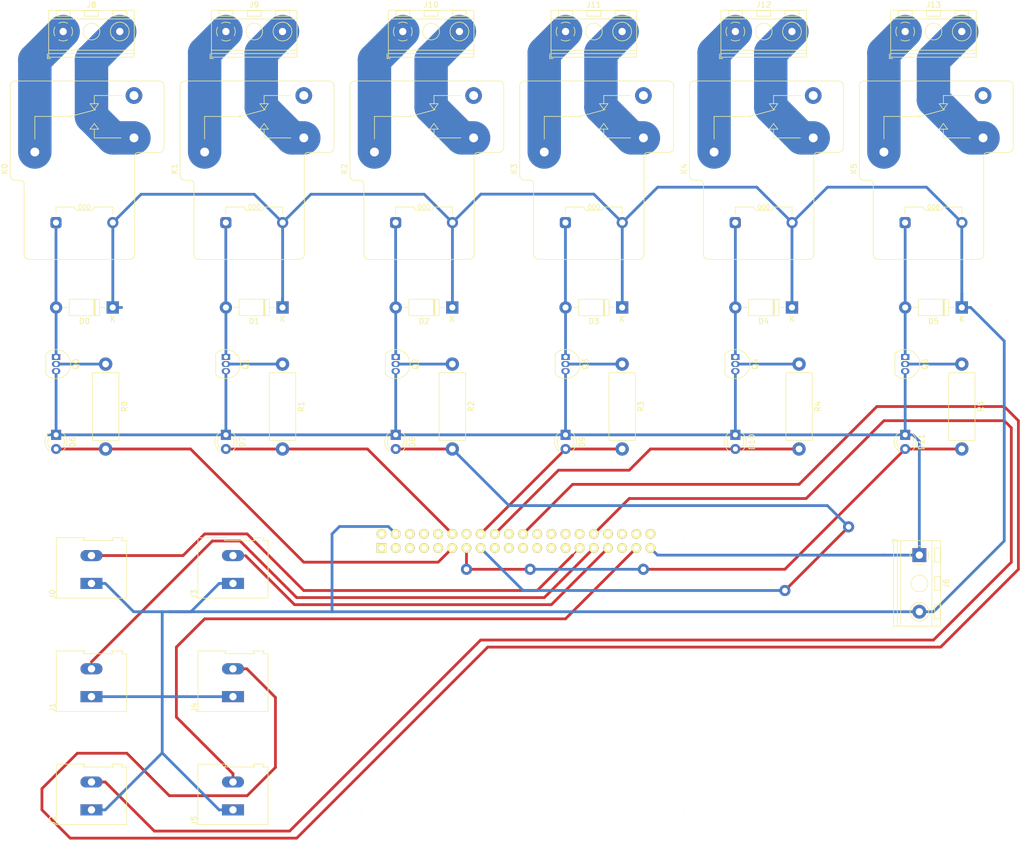
<source format=kicad_pcb>
(kicad_pcb (version 20171130) (host pcbnew 5.1.5+dfsg1-2build2)
  (layers (0 F.Cu signal) (31 B.Cu signal) (34 B.Paste user) (35 F.Paste user) (36 B.SilkS user) (37 F.SilkS user) (38 B.Mask user) (39 F.Mask user) (44 Edge.Cuts user))
  (net 0 "")
  (net 1 "Net-(D0-Pad2)")
  (net 2 +5V)
  (net 3 "Net-(D1-Pad2)")
  (net 4 "Net-(D2-Pad2)")
  (net 5 "Net-(D3-Pad2)")
  (net 6 "Net-(D4-Pad2)")
  (net 7 "Net-(D5-Pad2)")
  (net 8 "Net-(D6-Pad2)")
  (net 9 GND)
  (net 10 "Net-(D7-Pad2)")
  (net 11 "Net-(D8-Pad2)")
  (net 12 "Net-(D9-Pad2)")
  (net 13 "Net-(D10-Pad2)")
  (net 14 "Net-(D11-Pad2)")
  (net 15 "Net-(J0-Pad2)")
  (net 16 "Net-(J1-Pad2)")
  (net 17 "Net-(J2-Pad2)")
  (net 18 "Net-(J3-Pad2)")
  (net 19 "Net-(J4-Pad2)")
  (net 20 "Net-(J7-Pad40)")
  (net 21 "Net-(J7-Pad38)")
  (net 22 "Net-(J7-Pad36)")
  (net 23 "Net-(J7-Pad35)")
  (net 24 "Net-(J7-Pad34)")
  (net 25 "Net-(J7-Pad30)")
  (net 26 "Net-(J7-Pad28)")
  (net 27 "Net-(J7-Pad27)")
  (net 28 "Net-(J7-Pad26)")
  (net 29 "Net-(J7-Pad25)")
  (net 30 "Net-(J7-Pad24)")
  (net 31 "Net-(J7-Pad23)")
  (net 32 "Net-(J7-Pad21)")
  (net 33 "Net-(J7-Pad20)")
  (net 34 "Net-(J7-Pad19)")
  (net 35 "Net-(J7-Pad17)")
  (net 36 "Net-(J7-Pad14)")
  (net 37 "Net-(J7-Pad10)")
  (net 38 "Net-(J7-Pad9)")
  (net 39 "Net-(J7-Pad8)")
  (net 40 "Net-(J7-Pad7)")
  (net 41 "Net-(J7-Pad6)")
  (net 42 "Net-(J7-Pad5)")
  (net 43 "Net-(J7-Pad3)")
  (net 44 "Net-(J7-Pad2)")
  (net 45 "Net-(J7-Pad1)")
  (net 46 "Net-(K0-Pad12)")
  (net 47 "Net-(K1-Pad12)")
  (net 48 "Net-(K2-Pad12)")
  (net 49 "Net-(K3-Pad12)")
  (net 50 "Net-(K4-Pad12)")
  (net 51 "Net-(K5-Pad12)")
  (net 52 "Net-(Q0-Pad2)")
  (net 53 "Net-(Q1-Pad2)")
  (net 54 "Net-(Q2-Pad2)")
  (net 55 "Net-(Q3-Pad2)")
  (net 56 "Net-(Q4-Pad2)")
  (net 57 "Net-(Q5-Pad2)")
  (net 58 "Net-(J8-Pad2)")
  (net 59 "Net-(J8-Pad1)")
  (net 60 "Net-(J9-Pad2)")
  (net 61 "Net-(J9-Pad1)")
  (net 62 "Net-(J10-Pad2)")
  (net 63 "Net-(J10-Pad1)")
  (net 64 "Net-(J11-Pad2)")
  (net 65 "Net-(J11-Pad1)")
  (net 66 "Net-(J12-Pad2)")
  (net 67 "Net-(J12-Pad1)")
  (net 68 "Net-(J13-Pad2)")
  (net 69 "Net-(J13-Pad1)")
  (net 70 "Net-(J5-Pad2)")
  (module relayctl-hat:raspberrypi_2_3 (layer F.Cu) (at 113.03 130.81)
    (fp_text reference J7)
    (fp_text value Raspberry_Pi_2_3)
    (pad "" np_thru_hole circle (at 29 49) (size 2.75 2.75) (drill 2.75) (layers *.Cu *.Mask F.SilkS))
    (pad "" np_thru_hole circle (at -29 49) (size 2.75 2.75) (drill 2.75) (layers *.Cu *.Mask F.SilkS))
    (pad "" np_thru_hole circle (at 29 0) (size 2.75 2.75) (drill 2.75) (layers *.Cu *.Mask F.SilkS))
    (pad "" np_thru_hole circle (at -29 0) (size 2.75 2.75) (drill 2.75) (layers *.Cu *.Mask F.SilkS))
    (pad 39 thru_hole circle (at 24.13 1.27) (size 1.75 1.75) (drill 1.016) (layers *.Cu *.Mask F.SilkS) (net 9 GND))
    (pad 40 thru_hole circle (at 24.13 -1.27) (size 1.75 1.75) (drill 1.016) (layers *.Cu *.Mask F.SilkS) (net 20 "Net-(J7-Pad40)"))
    (pad 37 thru_hole circle (at 21.59 1.27) (size 1.75 1.75) (drill 1.016) (layers *.Cu *.Mask F.SilkS) (net 70 "Net-(J5-Pad2)"))
    (pad 38 thru_hole circle (at 21.59 -1.27) (size 1.75 1.75) (drill 1.016) (layers *.Cu *.Mask F.SilkS) (net 21 "Net-(J7-Pad38)"))
    (pad 35 thru_hole circle (at 19.05 1.27) (size 1.75 1.75) (drill 1.016) (layers *.Cu *.Mask F.SilkS) (net 23 "Net-(J7-Pad35)"))
    (pad 36 thru_hole circle (at 19.05 -1.27) (size 1.75 1.75) (drill 1.016) (layers *.Cu *.Mask F.SilkS) (net 22 "Net-(J7-Pad36)"))
    (pad 33 thru_hole circle (at 16.51 1.27) (size 1.75 1.75) (drill 1.016) (layers *.Cu *.Mask F.SilkS) (net 18 "Net-(J3-Pad2)"))
    (pad 34 thru_hole circle (at 16.51 -1.27) (size 1.75 1.75) (drill 1.016) (layers *.Cu *.Mask F.SilkS) (net 24 "Net-(J7-Pad34)"))
    (pad 31 thru_hole circle (at 13.97 1.27) (size 1.75 1.75) (drill 1.016) (layers *.Cu *.Mask F.SilkS) (net 16 "Net-(J1-Pad2)"))
    (pad 32 thru_hole circle (at 13.97 -1.27) (size 1.75 1.75) (drill 1.016) (layers *.Cu *.Mask F.SilkS) (net 17 "Net-(J2-Pad2)"))
    (pad 26 thru_hole circle (at 6.35 -1.27) (size 1.75 1.75) (drill 1.016) (layers *.Cu *.Mask F.SilkS) (net 28 "Net-(J7-Pad26)"))
    (pad 25 thru_hole circle (at 6.35 1.27) (size 1.75 1.75) (drill 1.016) (layers *.Cu *.Mask F.SilkS) (net 29 "Net-(J7-Pad25)"))
    (pad 22 thru_hole circle (at 1.27 -1.27) (size 1.75 1.75) (drill 1.016) (layers *.Cu *.Mask F.SilkS) (net 19 "Net-(J4-Pad2)"))
    (pad 21 thru_hole circle (at 1.27 1.27) (size 1.75 1.75) (drill 1.016) (layers *.Cu *.Mask F.SilkS) (net 32 "Net-(J7-Pad21)"))
    (pad 20 thru_hole circle (at -1.27 -1.27) (size 1.75 1.75) (drill 1.016) (layers *.Cu *.Mask F.SilkS) (net 33 "Net-(J7-Pad20)"))
    (pad 19 thru_hole circle (at -1.27 1.27) (size 1.75 1.75) (drill 1.016) (layers *.Cu *.Mask F.SilkS) (net 34 "Net-(J7-Pad19)"))
    (pad 18 thru_hole circle (at -3.81 -1.27) (size 1.75 1.75) (drill 1.016) (layers *.Cu *.Mask F.SilkS) (net 13 "Net-(D10-Pad2)"))
    (pad 17 thru_hole circle (at -3.81 1.27) (size 1.75 1.75) (drill 1.016) (layers *.Cu *.Mask F.SilkS) (net 35 "Net-(J7-Pad17)"))
    (pad 16 thru_hole circle (at -6.35 -1.27) (size 1.75 1.75) (drill 1.016) (layers *.Cu *.Mask F.SilkS) (net 12 "Net-(D9-Pad2)"))
    (pad 15 thru_hole circle (at -6.35 1.27) (size 1.75 1.75) (drill 1.016) (layers *.Cu *.Mask F.SilkS) (net 11 "Net-(D8-Pad2)"))
    (pad 14 thru_hole circle (at -8.89 -1.27) (size 1.75 1.75) (drill 1.016) (layers *.Cu *.Mask F.SilkS) (net 36 "Net-(J7-Pad14)"))
    (pad 13 thru_hole circle (at -8.89 1.27) (size 1.75 1.75) (drill 1.016) (layers *.Cu *.Mask F.SilkS) (net 14 "Net-(D11-Pad2)"))
    (pad 12 thru_hole circle (at -11.43 -1.27) (size 1.75 1.75) (drill 1.016) (layers *.Cu *.Mask F.SilkS) (net 10 "Net-(D7-Pad2)"))
    (pad 11 thru_hole circle (at -11.43 1.27) (size 1.75 1.75) (drill 1.016) (layers *.Cu *.Mask F.SilkS) (net 8 "Net-(D6-Pad2)"))
    (pad 10 thru_hole circle (at -13.97 -1.27) (size 1.75 1.75) (drill 1.016) (layers *.Cu *.Mask F.SilkS) (net 37 "Net-(J7-Pad10)"))
    (pad 9 thru_hole circle (at -13.97 1.27) (size 1.75 1.75) (drill 1.016) (layers *.Cu *.Mask F.SilkS) (net 38 "Net-(J7-Pad9)"))
    (pad 8 thru_hole circle (at -16.51 -1.27) (size 1.75 1.75) (drill 1.016) (layers *.Cu *.Mask F.SilkS) (net 39 "Net-(J7-Pad8)"))
    (pad 7 thru_hole circle (at -16.51 1.27) (size 1.75 1.75) (drill 1.016) (layers *.Cu *.Mask F.SilkS) (net 40 "Net-(J7-Pad7)"))
    (pad 6 thru_hole circle (at -19.05 -1.27) (size 1.75 1.75) (drill 1.016) (layers *.Cu *.Mask F.SilkS) (net 41 "Net-(J7-Pad6)"))
    (pad 5 thru_hole circle (at -19.05 1.27) (size 1.75 1.75) (drill 1.016) (layers *.Cu *.Mask F.SilkS) (net 42 "Net-(J7-Pad5)"))
    (pad 4 thru_hole circle (at -21.59 -1.27) (size 1.75 1.75) (drill 1.016) (layers *.Cu *.Mask F.SilkS) (net 2 +5V))
    (pad 3 thru_hole circle (at -21.59 1.27) (size 1.75 1.75) (drill 1.016) (layers *.Cu *.Mask F.SilkS) (net 43 "Net-(J7-Pad3)"))
    (pad 2 thru_hole circle (at -24.13 -1.27) (size 1.75 1.75) (drill 1.016) (layers *.Cu *.Mask F.SilkS) (net 44 "Net-(J7-Pad2)"))
    (pad 1 thru_hole rect (at -24.13 1.27) (size 1.75 1.75) (drill 1.016) (layers *.Cu *.Mask F.SilkS) (net 45 "Net-(J7-Pad1)"))
    (pad 23 thru_hole circle (at 3.81 1.27) (size 1.75 1.75) (drill 1.016) (layers *.Cu *.Mask F.SilkS) (net 31 "Net-(J7-Pad23)"))
    (pad 24 thru_hole circle (at 3.81 -1.27) (size 1.75 1.75) (drill 1.016) (layers *.Cu *.Mask F.SilkS) (net 30 "Net-(J7-Pad24)"))
    (pad 30 thru_hole circle (at 11.43 -1.27) (size 1.75 1.75) (drill 1.016) (layers *.Cu *.Mask F.SilkS) (net 25 "Net-(J7-Pad30)"))
    (pad 29 thru_hole circle (at 11.43 1.27) (size 1.75 1.75) (drill 1.016) (layers *.Cu *.Mask F.SilkS) (net 15 "Net-(J0-Pad2)"))
    (pad 28 thru_hole circle (at 8.89 -1.27) (size 1.75 1.75) (drill 1.016) (layers *.Cu *.Mask F.SilkS) (net 26 "Net-(J7-Pad28)"))
    (pad 27 thru_hole circle (at 8.89 1.27) (size 1.75 1.75) (drill 1.016) (layers *.Cu *.Mask F.SilkS) (net 27 "Net-(J7-Pad27)"))
  )
  (module Resistor_THT:R_Axial_DIN0414_L11.9mm_D4.5mm_P15.24mm_Horizontal (layer F.Cu) (at 101.6 99.06 270)
    (fp_text reference R2 (at 7.62 -3.37 90) (layer F.SilkS))
    (fp_text value "100 Ohm")
    (pad 2 thru_hole oval (at 15.24 0 270) (size 2.4 2.4) (drill 1.2) (layers *.Cu *.Mask) (net 11 "Net-(D8-Pad2)"))
    (pad 1 thru_hole circle (at 0 0 270) (size 2.4 2.4) (drill 1.2) (layers *.Cu *.Mask) (net 54 "Net-(Q2-Pad2)"))
  )
  (module TerminalBlock_RND:TerminalBlock_RND_205-00241_1x02_P10.16mm_Horizontal (layer F.Cu) (at 182.88 39.37)
    (fp_text reference J13 (at 5.08 -4.81) (layer F.SilkS))
    (fp_text value Screw_Terminal_01x02)
    (pad 2 thru_hole circle (at 10.16 0) (size 2.5 2.5) (drill 1.3) (layers *.Cu *.Mask) (net 68 "Net-(J13-Pad2)"))
    (pad 1 thru_hole rect (at 0 0) (size 2.5 2.5) (drill 1.3) (layers *.Cu *.Mask) (net 69 "Net-(J13-Pad1)"))
  )
  (module TerminalBlock_RND:TerminalBlock_RND_205-00241_1x02_P10.16mm_Horizontal (layer F.Cu) (at 152.4 39.37)
    (fp_text reference J12 (at 5.08 -4.81) (layer F.SilkS))
    (fp_text value Screw_Terminal_01x02)
    (pad 2 thru_hole circle (at 10.16 0) (size 2.5 2.5) (drill 1.3) (layers *.Cu *.Mask) (net 66 "Net-(J12-Pad2)"))
    (pad 1 thru_hole rect (at 0 0) (size 2.5 2.5) (drill 1.3) (layers *.Cu *.Mask) (net 67 "Net-(J12-Pad1)"))
  )
  (module TerminalBlock_RND:TerminalBlock_RND_205-00241_1x02_P10.16mm_Horizontal (layer F.Cu) (at 121.92 39.37)
    (fp_text reference J11 (at 5.08 -4.81) (layer F.SilkS))
    (fp_text value Screw_Terminal_01x02)
    (pad 2 thru_hole circle (at 10.16 0) (size 2.5 2.5) (drill 1.3) (layers *.Cu *.Mask) (net 64 "Net-(J11-Pad2)"))
    (pad 1 thru_hole rect (at 0 0) (size 2.5 2.5) (drill 1.3) (layers *.Cu *.Mask) (net 65 "Net-(J11-Pad1)"))
  )
  (module TerminalBlock_RND:TerminalBlock_RND_205-00241_1x02_P10.16mm_Horizontal (layer F.Cu) (at 92.71 39.37)
    (fp_text reference J10 (at 5.08 -4.81) (layer F.SilkS))
    (fp_text value Screw_Terminal_01x02)
    (pad 2 thru_hole circle (at 10.16 0) (size 2.5 2.5) (drill 1.3) (layers *.Cu *.Mask) (net 62 "Net-(J10-Pad2)"))
    (pad 1 thru_hole rect (at 0 0) (size 2.5 2.5) (drill 1.3) (layers *.Cu *.Mask) (net 63 "Net-(J10-Pad1)"))
  )
  (module TerminalBlock_RND:TerminalBlock_RND_205-00241_1x02_P10.16mm_Horizontal (layer F.Cu) (at 60.96 39.37)
    (fp_text reference J9 (at 5.08 -4.81) (layer F.SilkS))
    (fp_text value Screw_Terminal_01x02)
    (pad 2 thru_hole circle (at 10.16 0) (size 2.5 2.5) (drill 1.3) (layers *.Cu *.Mask) (net 60 "Net-(J9-Pad2)"))
    (pad 1 thru_hole rect (at 0 0) (size 2.5 2.5) (drill 1.3) (layers *.Cu *.Mask) (net 61 "Net-(J9-Pad1)"))
  )
  (module TerminalBlock_RND:TerminalBlock_RND_205-00241_1x02_P10.16mm_Horizontal (layer F.Cu) (at 31.75 39.37)
    (fp_text reference J8 (at 5.08 -4.81) (layer F.SilkS))
    (fp_text value Screw_Terminal_01x02)
    (pad 2 thru_hole circle (at 10.16 0) (size 2.5 2.5) (drill 1.3) (layers *.Cu *.Mask) (net 58 "Net-(J8-Pad2)"))
    (pad 1 thru_hole rect (at 0 0) (size 2.5 2.5) (drill 1.3) (layers *.Cu *.Mask) (net 59 "Net-(J8-Pad1)"))
  )
  (module Resistor_THT:R_Axial_DIN0414_L11.9mm_D4.5mm_P15.24mm_Horizontal (layer F.Cu) (at 193.04 99.06 270)
    (fp_text reference R5 (at 7.62 -3.37 90) (layer F.SilkS))
    (fp_text value "100 Ohm")
    (pad 2 thru_hole oval (at 15.24 0 270) (size 2.4 2.4) (drill 1.2) (layers *.Cu *.Mask) (net 14 "Net-(D11-Pad2)"))
    (pad 1 thru_hole circle (at 0 0 270) (size 2.4 2.4) (drill 1.2) (layers *.Cu *.Mask) (net 57 "Net-(Q5-Pad2)"))
  )
  (module Resistor_THT:R_Axial_DIN0414_L11.9mm_D4.5mm_P15.24mm_Horizontal (layer F.Cu) (at 163.83 99.06 270)
    (fp_text reference R4 (at 7.62 -3.37 90) (layer F.SilkS))
    (fp_text value "100 Ohm")
    (pad 2 thru_hole oval (at 15.24 0 270) (size 2.4 2.4) (drill 1.2) (layers *.Cu *.Mask) (net 13 "Net-(D10-Pad2)"))
    (pad 1 thru_hole circle (at 0 0 270) (size 2.4 2.4) (drill 1.2) (layers *.Cu *.Mask) (net 56 "Net-(Q4-Pad2)"))
  )
  (module Resistor_THT:R_Axial_DIN0414_L11.9mm_D4.5mm_P15.24mm_Horizontal (layer F.Cu) (at 132.08 99.06 270)
    (fp_text reference R3 (at 7.62 -3.37 90) (layer F.SilkS))
    (fp_text value "100 Ohm")
    (pad 2 thru_hole oval (at 15.24 0 270) (size 2.4 2.4) (drill 1.2) (layers *.Cu *.Mask) (net 12 "Net-(D9-Pad2)"))
    (pad 1 thru_hole circle (at 0 0 270) (size 2.4 2.4) (drill 1.2) (layers *.Cu *.Mask) (net 55 "Net-(Q3-Pad2)"))
  )
  (module Resistor_THT:R_Axial_DIN0414_L11.9mm_D4.5mm_P15.24mm_Horizontal (layer F.Cu) (at 71.12 99.06 270)
    (fp_text reference R1 (at 7.62 -3.37 90) (layer F.SilkS))
    (fp_text value "100 Ohm")
    (pad 2 thru_hole oval (at 15.24 0 270) (size 2.4 2.4) (drill 1.2) (layers *.Cu *.Mask) (net 10 "Net-(D7-Pad2)"))
    (pad 1 thru_hole circle (at 0 0 270) (size 2.4 2.4) (drill 1.2) (layers *.Cu *.Mask) (net 53 "Net-(Q1-Pad2)"))
  )
  (module Resistor_THT:R_Axial_DIN0414_L11.9mm_D4.5mm_P15.24mm_Horizontal (layer F.Cu) (at 39.37 99.06 270)
    (fp_text reference R0 (at 7.62 -3.37 90) (layer F.SilkS))
    (fp_text value "100 Ohm")
    (pad 2 thru_hole oval (at 15.24 0 270) (size 2.4 2.4) (drill 1.2) (layers *.Cu *.Mask) (net 8 "Net-(D6-Pad2)"))
    (pad 1 thru_hole circle (at 0 0 270) (size 2.4 2.4) (drill 1.2) (layers *.Cu *.Mask) (net 52 "Net-(Q0-Pad2)"))
  )
  (module Package_TO_SOT_THT:TO-92_Inline (layer F.Cu) (at 182.88 97.79 270)
    (fp_text reference Q5 (at 1.27 -3.56 90) (layer F.SilkS))
    (fp_text value BC548)
    (pad 1 thru_hole rect (at 0 0 270) (size 1.05 1.5) (drill 0.75) (layers *.Cu *.Mask) (net 7 "Net-(D5-Pad2)"))
    (pad 3 thru_hole oval (at 2.54 0 270) (size 1.05 1.5) (drill 0.75) (layers *.Cu *.Mask) (net 9 GND))
    (pad 2 thru_hole oval (at 1.27 0 270) (size 1.05 1.5) (drill 0.75) (layers *.Cu *.Mask) (net 57 "Net-(Q5-Pad2)"))
  )
  (module Package_TO_SOT_THT:TO-92_Inline (layer F.Cu) (at 152.4 97.79 270)
    (fp_text reference Q4 (at 1.27 -3.56 90) (layer F.SilkS))
    (fp_text value BC548)
    (pad 1 thru_hole rect (at 0 0 270) (size 1.05 1.5) (drill 0.75) (layers *.Cu *.Mask) (net 6 "Net-(D4-Pad2)"))
    (pad 3 thru_hole oval (at 2.54 0 270) (size 1.05 1.5) (drill 0.75) (layers *.Cu *.Mask) (net 9 GND))
    (pad 2 thru_hole oval (at 1.27 0 270) (size 1.05 1.5) (drill 0.75) (layers *.Cu *.Mask) (net 56 "Net-(Q4-Pad2)"))
  )
  (module Package_TO_SOT_THT:TO-92_Inline (layer F.Cu) (at 121.92 97.79 270)
    (fp_text reference Q3 (at 1.27 -3.56 90) (layer F.SilkS))
    (fp_text value BC548)
    (pad 1 thru_hole rect (at 0 0 270) (size 1.05 1.5) (drill 0.75) (layers *.Cu *.Mask) (net 5 "Net-(D3-Pad2)"))
    (pad 3 thru_hole oval (at 2.54 0 270) (size 1.05 1.5) (drill 0.75) (layers *.Cu *.Mask) (net 9 GND))
    (pad 2 thru_hole oval (at 1.27 0 270) (size 1.05 1.5) (drill 0.75) (layers *.Cu *.Mask) (net 55 "Net-(Q3-Pad2)"))
  )
  (module Package_TO_SOT_THT:TO-92_Inline (layer F.Cu) (at 91.44 97.79 270)
    (fp_text reference Q2 (at 1.27 -3.56 90) (layer F.SilkS))
    (fp_text value BC548)
    (pad 1 thru_hole rect (at 0 0 270) (size 1.05 1.5) (drill 0.75) (layers *.Cu *.Mask) (net 4 "Net-(D2-Pad2)"))
    (pad 3 thru_hole oval (at 2.54 0 270) (size 1.05 1.5) (drill 0.75) (layers *.Cu *.Mask) (net 9 GND))
    (pad 2 thru_hole oval (at 1.27 0 270) (size 1.05 1.5) (drill 0.75) (layers *.Cu *.Mask) (net 54 "Net-(Q2-Pad2)"))
  )
  (module Package_TO_SOT_THT:TO-92_Inline (layer F.Cu) (at 60.96 97.79 270)
    (fp_text reference Q1 (at 1.27 -3.56 90) (layer F.SilkS))
    (fp_text value BC548)
    (pad 1 thru_hole rect (at 0 0 270) (size 1.05 1.5) (drill 0.75) (layers *.Cu *.Mask) (net 3 "Net-(D1-Pad2)"))
    (pad 3 thru_hole oval (at 2.54 0 270) (size 1.05 1.5) (drill 0.75) (layers *.Cu *.Mask) (net 9 GND))
    (pad 2 thru_hole oval (at 1.27 0 270) (size 1.05 1.5) (drill 0.75) (layers *.Cu *.Mask) (net 53 "Net-(Q1-Pad2)"))
  )
  (module Package_TO_SOT_THT:TO-92_Inline (layer F.Cu) (at 30.48 97.79 270)
    (fp_text reference Q0 (at 1.27 -3.56 90) (layer F.SilkS))
    (fp_text value BC548)
    (pad 1 thru_hole rect (at 0 0 270) (size 1.05 1.5) (drill 0.75) (layers *.Cu *.Mask) (net 1 "Net-(D0-Pad2)"))
    (pad 3 thru_hole oval (at 2.54 0 270) (size 1.05 1.5) (drill 0.75) (layers *.Cu *.Mask) (net 9 GND))
    (pad 2 thru_hole oval (at 1.27 0 270) (size 1.05 1.5) (drill 0.75) (layers *.Cu *.Mask) (net 52 "Net-(Q0-Pad2)"))
  )
  (module Relay_THT:Relay_SPDT_RAYEX-L90S (layer F.Cu) (at 187.96 76.2 90)
    (fp_text reference K5 (at 12.1666 -14.3 90) (layer F.SilkS))
    (fp_text value RAYEX-L90S)
    (pad A1 thru_hole roundrect (at 2.54 -5.1 270) (size 2 2) (drill 1.1) (layers *.Cu *.Mask) (net 7 "Net-(D5-Pad2)"))
    (pad 11 thru_hole circle (at 15.2 -8.9 270) (size 3 3) (drill 1.6) (layers *.Cu *.Mask) (net 69 "Net-(J13-Pad1)"))
    (pad 12 thru_hole circle (at 25.34 8.9 270) (size 3 3) (drill 1.6) (layers *.Cu *.Mask) (net 51 "Net-(K5-Pad12)"))
    (pad 14 thru_hole circle (at 17.74 8.9 270) (size 3 3) (drill 1.6) (layers *.Cu *.Mask) (net 68 "Net-(J13-Pad2)"))
    (pad A2 thru_hole circle (at 2.54 5.1 270) (size 2 2) (drill 1.1) (layers *.Cu *.Mask) (net 2 +5V))
  )
  (module Relay_THT:Relay_SPDT_RAYEX-L90S (layer F.Cu) (at 157.48 76.2 90)
    (fp_text reference K4 (at 12.1666 -14.3 90) (layer F.SilkS))
    (fp_text value RAYEX-L90S)
    (pad A1 thru_hole roundrect (at 2.54 -5.1 270) (size 2 2) (drill 1.1) (layers *.Cu *.Mask) (net 6 "Net-(D4-Pad2)"))
    (pad 11 thru_hole circle (at 15.2 -8.9 270) (size 3 3) (drill 1.6) (layers *.Cu *.Mask) (net 67 "Net-(J12-Pad1)"))
    (pad 12 thru_hole circle (at 25.34 8.9 270) (size 3 3) (drill 1.6) (layers *.Cu *.Mask) (net 50 "Net-(K4-Pad12)"))
    (pad 14 thru_hole circle (at 17.74 8.9 270) (size 3 3) (drill 1.6) (layers *.Cu *.Mask) (net 66 "Net-(J12-Pad2)"))
    (pad A2 thru_hole circle (at 2.54 5.1 270) (size 2 2) (drill 1.1) (layers *.Cu *.Mask) (net 2 +5V))
  )
  (module Relay_THT:Relay_SPDT_RAYEX-L90S (layer F.Cu) (at 127 76.2 90)
    (fp_text reference K3 (at 12.1666 -14.3 90) (layer F.SilkS))
    (fp_text value RAYEX-L90S)
    (pad A1 thru_hole roundrect (at 2.54 -5.1 270) (size 2 2) (drill 1.1) (layers *.Cu *.Mask) (net 5 "Net-(D3-Pad2)"))
    (pad 11 thru_hole circle (at 15.2 -8.9 270) (size 3 3) (drill 1.6) (layers *.Cu *.Mask) (net 65 "Net-(J11-Pad1)"))
    (pad 12 thru_hole circle (at 25.34 8.9 270) (size 3 3) (drill 1.6) (layers *.Cu *.Mask) (net 49 "Net-(K3-Pad12)"))
    (pad 14 thru_hole circle (at 17.74 8.9 270) (size 3 3) (drill 1.6) (layers *.Cu *.Mask) (net 64 "Net-(J11-Pad2)"))
    (pad A2 thru_hole circle (at 2.54 5.1 270) (size 2 2) (drill 1.1) (layers *.Cu *.Mask) (net 2 +5V))
  )
  (module Relay_THT:Relay_SPDT_RAYEX-L90S (layer F.Cu) (at 96.52 76.2 90)
    (fp_text reference K2 (at 12.1666 -14.3 90) (layer F.SilkS))
    (fp_text value RAYEX-L90S)
    (pad A1 thru_hole roundrect (at 2.54 -5.1 270) (size 2 2) (drill 1.1) (layers *.Cu *.Mask) (net 4 "Net-(D2-Pad2)"))
    (pad 11 thru_hole circle (at 15.2 -8.9 270) (size 3 3) (drill 1.6) (layers *.Cu *.Mask) (net 63 "Net-(J10-Pad1)"))
    (pad 12 thru_hole circle (at 25.34 8.9 270) (size 3 3) (drill 1.6) (layers *.Cu *.Mask) (net 48 "Net-(K2-Pad12)"))
    (pad 14 thru_hole circle (at 17.74 8.9 270) (size 3 3) (drill 1.6) (layers *.Cu *.Mask) (net 62 "Net-(J10-Pad2)"))
    (pad A2 thru_hole circle (at 2.54 5.1 270) (size 2 2) (drill 1.1) (layers *.Cu *.Mask) (net 2 +5V))
  )
  (module Relay_THT:Relay_SPDT_RAYEX-L90S (layer F.Cu) (at 66.04 76.2 90)
    (fp_text reference K1 (at 12.1666 -14.3 90) (layer F.SilkS))
    (fp_text value RAYEX-L90S)
    (pad A1 thru_hole roundrect (at 2.54 -5.1 270) (size 2 2) (drill 1.1) (layers *.Cu *.Mask) (net 3 "Net-(D1-Pad2)"))
    (pad 11 thru_hole circle (at 15.2 -8.9 270) (size 3 3) (drill 1.6) (layers *.Cu *.Mask) (net 61 "Net-(J9-Pad1)"))
    (pad 12 thru_hole circle (at 25.34 8.9 270) (size 3 3) (drill 1.6) (layers *.Cu *.Mask) (net 47 "Net-(K1-Pad12)"))
    (pad 14 thru_hole circle (at 17.74 8.9 270) (size 3 3) (drill 1.6) (layers *.Cu *.Mask) (net 60 "Net-(J9-Pad2)"))
    (pad A2 thru_hole circle (at 2.54 5.1 270) (size 2 2) (drill 1.1) (layers *.Cu *.Mask) (net 2 +5V))
  )
  (module Relay_THT:Relay_SPDT_RAYEX-L90S (layer F.Cu) (at 35.56 76.2 90)
    (fp_text reference K0 (at 12.1666 -14.3 90) (layer F.SilkS))
    (fp_text value RAYEX-L90S)
    (pad A1 thru_hole roundrect (at 2.54 -5.1 270) (size 2 2) (drill 1.1) (layers *.Cu *.Mask) (net 1 "Net-(D0-Pad2)"))
    (pad 11 thru_hole circle (at 15.2 -8.9 270) (size 3 3) (drill 1.6) (layers *.Cu *.Mask) (net 59 "Net-(J8-Pad1)"))
    (pad 12 thru_hole circle (at 25.34 8.9 270) (size 3 3) (drill 1.6) (layers *.Cu *.Mask) (net 46 "Net-(K0-Pad12)"))
    (pad 14 thru_hole circle (at 17.74 8.9 270) (size 3 3) (drill 1.6) (layers *.Cu *.Mask) (net 58 "Net-(J8-Pad2)"))
    (pad A2 thru_hole circle (at 2.54 5.1 270) (size 2 2) (drill 1.1) (layers *.Cu *.Mask) (net 2 +5V))
  )
  (module TerminalBlock_RND:TerminalBlock_RND_205-00241_1x02_P10.16mm_Horizontal (layer F.Cu) (at 185.42 133.35 270)
    (fp_text reference J6 (at 5.08 -4.81 90) (layer F.SilkS))
    (fp_text value Screw_Terminal_01x02)
    (pad 2 thru_hole circle (at 10.16 0 270) (size 2.5 2.5) (drill 1.3) (layers *.Cu *.Mask) (net 2 +5V))
    (pad 1 thru_hole rect (at 0 0 270) (size 2.5 2.5) (drill 1.3) (layers *.Cu *.Mask) (net 9 GND))
  )
  (module TerminalBlock:TerminalBlock_Altech_AK300-2_P5.00mm (layer F.Cu) (at 62.23 179.07 90)
    (fp_text reference J5 (at -1.92 -6.99 90) (layer F.SilkS))
    (fp_text value Screw_Terminal_01x02)
    (pad 2 thru_hole oval (at 5 0 90) (size 1.98 3.96) (drill 1.32) (layers *.Cu *.Mask) (net 70 "Net-(J5-Pad2)"))
    (pad 1 thru_hole rect (at 0 0 90) (size 1.98 3.96) (drill 1.32) (layers *.Cu *.Mask) (net 2 +5V))
  )
  (module TerminalBlock:TerminalBlock_Altech_AK300-2_P5.00mm (layer F.Cu) (at 62.23 158.75 90)
    (fp_text reference J4 (at -1.92 -6.99 90) (layer F.SilkS))
    (fp_text value Screw_Terminal_01x02)
    (pad 2 thru_hole oval (at 5 0 90) (size 1.98 3.96) (drill 1.32) (layers *.Cu *.Mask) (net 19 "Net-(J4-Pad2)"))
    (pad 1 thru_hole rect (at 0 0 90) (size 1.98 3.96) (drill 1.32) (layers *.Cu *.Mask) (net 2 +5V))
  )
  (module TerminalBlock:TerminalBlock_Altech_AK300-2_P5.00mm (layer F.Cu) (at 62.23 138.43 90)
    (fp_text reference J3 (at -1.92 -6.99 90) (layer F.SilkS))
    (fp_text value Screw_Terminal_01x02)
    (pad 2 thru_hole oval (at 5 0 90) (size 1.98 3.96) (drill 1.32) (layers *.Cu *.Mask) (net 18 "Net-(J3-Pad2)"))
    (pad 1 thru_hole rect (at 0 0 90) (size 1.98 3.96) (drill 1.32) (layers *.Cu *.Mask) (net 2 +5V))
  )
  (module TerminalBlock:TerminalBlock_Altech_AK300-2_P5.00mm (layer F.Cu) (at 36.83 179.07 90)
    (fp_text reference J2 (at -1.92 -6.99 90) (layer F.SilkS))
    (fp_text value Screw_Terminal_01x02)
    (pad 2 thru_hole oval (at 5 0 90) (size 1.98 3.96) (drill 1.32) (layers *.Cu *.Mask) (net 17 "Net-(J2-Pad2)"))
    (pad 1 thru_hole rect (at 0 0 90) (size 1.98 3.96) (drill 1.32) (layers *.Cu *.Mask) (net 2 +5V))
  )
  (module TerminalBlock:TerminalBlock_Altech_AK300-2_P5.00mm (layer F.Cu) (at 36.83 158.75 90)
    (fp_text reference J1 (at -1.92 -6.99 90) (layer F.SilkS))
    (fp_text value Screw_Terminal_01x02)
    (pad 2 thru_hole oval (at 5 0 90) (size 1.98 3.96) (drill 1.32) (layers *.Cu *.Mask) (net 16 "Net-(J1-Pad2)"))
    (pad 1 thru_hole rect (at 0 0 90) (size 1.98 3.96) (drill 1.32) (layers *.Cu *.Mask) (net 2 +5V))
  )
  (module TerminalBlock:TerminalBlock_Altech_AK300-2_P5.00mm (layer F.Cu) (at 36.83 138.43 90)
    (fp_text reference J0 (at -1.92 -6.99 90) (layer F.SilkS))
    (fp_text value Screw_Terminal_01x02)
    (pad 2 thru_hole oval (at 5 0 90) (size 1.98 3.96) (drill 1.32) (layers *.Cu *.Mask) (net 15 "Net-(J0-Pad2)"))
    (pad 1 thru_hole rect (at 0 0 90) (size 1.98 3.96) (drill 1.32) (layers *.Cu *.Mask) (net 2 +5V))
  )
  (module LED_THT:LED_D3.0mm (layer F.Cu) (at 182.88 111.76 270)
    (fp_text reference D11 (at 1.27 -2.96 90) (layer F.SilkS))
    (fp_text value LED)
    (pad 2 thru_hole circle (at 2.54 0 270) (size 1.8 1.8) (drill 0.9) (layers *.Cu *.Mask) (net 14 "Net-(D11-Pad2)"))
    (pad 1 thru_hole rect (at 0 0 270) (size 1.8 1.8) (drill 0.9) (layers *.Cu *.Mask) (net 9 GND))
  )
  (module LED_THT:LED_D3.0mm (layer F.Cu) (at 152.4 111.76 270)
    (fp_text reference D10 (at 1.27 -2.96 90) (layer F.SilkS))
    (fp_text value LED)
    (pad 2 thru_hole circle (at 2.54 0 270) (size 1.8 1.8) (drill 0.9) (layers *.Cu *.Mask) (net 13 "Net-(D10-Pad2)"))
    (pad 1 thru_hole rect (at 0 0 270) (size 1.8 1.8) (drill 0.9) (layers *.Cu *.Mask) (net 9 GND))
  )
  (module LED_THT:LED_D3.0mm (layer F.Cu) (at 121.92 111.76 270)
    (fp_text reference D9 (at 1.27 -2.96 90) (layer F.SilkS))
    (fp_text value LED)
    (pad 2 thru_hole circle (at 2.54 0 270) (size 1.8 1.8) (drill 0.9) (layers *.Cu *.Mask) (net 12 "Net-(D9-Pad2)"))
    (pad 1 thru_hole rect (at 0 0 270) (size 1.8 1.8) (drill 0.9) (layers *.Cu *.Mask) (net 9 GND))
  )
  (module LED_THT:LED_D3.0mm (layer F.Cu) (at 91.44 111.76 270)
    (fp_text reference D8 (at 1.27 -2.96 90) (layer F.SilkS))
    (fp_text value LED)
    (pad 2 thru_hole circle (at 2.54 0 270) (size 1.8 1.8) (drill 0.9) (layers *.Cu *.Mask) (net 11 "Net-(D8-Pad2)"))
    (pad 1 thru_hole rect (at 0 0 270) (size 1.8 1.8) (drill 0.9) (layers *.Cu *.Mask) (net 9 GND))
  )
  (module LED_THT:LED_D3.0mm (layer F.Cu) (at 60.96 111.76 270)
    (fp_text reference D7 (at 1.27 -2.96 90) (layer F.SilkS))
    (fp_text value LED)
    (pad 2 thru_hole circle (at 2.54 0 270) (size 1.8 1.8) (drill 0.9) (layers *.Cu *.Mask) (net 10 "Net-(D7-Pad2)"))
    (pad 1 thru_hole rect (at 0 0 270) (size 1.8 1.8) (drill 0.9) (layers *.Cu *.Mask) (net 9 GND))
  )
  (module LED_THT:LED_D3.0mm (layer F.Cu) (at 30.48 111.76 270)
    (fp_text reference D6 (at 1.27 -2.96 90) (layer F.SilkS))
    (fp_text value LED)
    (pad 2 thru_hole circle (at 2.54 0 270) (size 1.8 1.8) (drill 0.9) (layers *.Cu *.Mask) (net 8 "Net-(D6-Pad2)"))
    (pad 1 thru_hole rect (at 0 0 270) (size 1.8 1.8) (drill 0.9) (layers *.Cu *.Mask) (net 9 GND))
  )
  (module Diode_THT:D_DO-41_SOD81_P10.16mm_Horizontal (layer F.Cu) (at 193.04 88.9 180)
    (fp_text reference D5 (at 5.08 -2.47) (layer F.SilkS))
    (fp_text value 1N4001)
    (fp_text user K (at 0 -2.1) (layer F.SilkS))
    (pad 2 thru_hole oval (at 10.16 0 180) (size 2.2 2.2) (drill 1.1) (layers *.Cu *.Mask) (net 7 "Net-(D5-Pad2)"))
    (pad 1 thru_hole rect (at 0 0 180) (size 2.2 2.2) (drill 1.1) (layers *.Cu *.Mask) (net 2 +5V))
  )
  (module Diode_THT:D_DO-41_SOD81_P10.16mm_Horizontal (layer F.Cu) (at 162.56 88.9 180)
    (fp_text reference D4 (at 5.08 -2.47) (layer F.SilkS))
    (fp_text value 1N4001)
    (fp_text user K (at 0 -2.1) (layer F.SilkS))
    (pad 2 thru_hole oval (at 10.16 0 180) (size 2.2 2.2) (drill 1.1) (layers *.Cu *.Mask) (net 6 "Net-(D4-Pad2)"))
    (pad 1 thru_hole rect (at 0 0 180) (size 2.2 2.2) (drill 1.1) (layers *.Cu *.Mask) (net 2 +5V))
  )
  (module Diode_THT:D_DO-41_SOD81_P10.16mm_Horizontal (layer F.Cu) (at 132.08 88.9 180)
    (fp_text reference D3 (at 5.08 -2.47) (layer F.SilkS))
    (fp_text value 1N4001)
    (fp_text user K (at 0 -2.1) (layer F.SilkS))
    (pad 2 thru_hole oval (at 10.16 0 180) (size 2.2 2.2) (drill 1.1) (layers *.Cu *.Mask) (net 5 "Net-(D3-Pad2)"))
    (pad 1 thru_hole rect (at 0 0 180) (size 2.2 2.2) (drill 1.1) (layers *.Cu *.Mask) (net 2 +5V))
  )
  (module Diode_THT:D_DO-41_SOD81_P10.16mm_Horizontal (layer F.Cu) (at 101.6 88.9 180)
    (fp_text reference D2 (at 5.08 -2.47) (layer F.SilkS))
    (fp_text value 1N4001)
    (fp_text user K (at 0 -2.1) (layer F.SilkS))
    (pad 2 thru_hole oval (at 10.16 0 180) (size 2.2 2.2) (drill 1.1) (layers *.Cu *.Mask) (net 4 "Net-(D2-Pad2)"))
    (pad 1 thru_hole rect (at 0 0 180) (size 2.2 2.2) (drill 1.1) (layers *.Cu *.Mask) (net 2 +5V))
  )
  (module Diode_THT:D_DO-41_SOD81_P10.16mm_Horizontal (layer F.Cu) (at 71.12 88.9 180)
    (fp_text reference D1 (at 5.08 -2.47) (layer F.SilkS))
    (fp_text value 1N4001)
    (fp_text user K (at 0 -2.1) (layer F.SilkS))
    (pad 2 thru_hole oval (at 10.16 0 180) (size 2.2 2.2) (drill 1.1) (layers *.Cu *.Mask) (net 3 "Net-(D1-Pad2)"))
    (pad 1 thru_hole rect (at 0 0 180) (size 2.2 2.2) (drill 1.1) (layers *.Cu *.Mask) (net 2 +5V))
  )
  (module Diode_THT:D_DO-41_SOD81_P10.16mm_Horizontal (layer F.Cu) (at 40.64 88.9 180)
    (fp_text reference D0 (at 5.08 -2.47) (layer F.SilkS))
    (fp_text value 1N4001)
    (fp_text user K (at 0 -2.1) (layer F.SilkS))
    (pad 2 thru_hole oval (at 10.16 0 180) (size 2.2 2.2) (drill 1.1) (layers *.Cu *.Mask) (net 1 "Net-(D0-Pad2)"))
    (pad 1 thru_hole rect (at 0 0 180) (size 2.2 2.2) (drill 1.1) (layers *.Cu *.Mask) (net 2 +5V))
  )
  (segment (start 30.48 97.79) (end 30.48 88.9) (width 0.5) (layer B.Cu) (net 1))
  (segment (start 30.46 88.88) (end 30.48 88.9) (width 0.5) (layer B.Cu) (net 1))
  (segment (start 30.46 73.66) (end 30.46 88.88) (width 0.5) (layer B.Cu) (net 1))
  (segment (start 59.75 179.07) (end 62.23 179.07) (width 0.5) (layer B.Cu) (net 2))
  (segment (start 49.53 168.85) (end 59.75 179.07) (width 0.5) (layer B.Cu) (net 2))
  (segment (start 49.53 143.51) (end 49.53 168.85) (width 0.5) (layer B.Cu) (net 2))
  (segment (start 90.114999 128.214999) (end 81.335001 128.214999) (width 0.5) (layer B.Cu) (net 2))
  (segment (start 91.44 129.54) (end 90.114999 128.214999) (width 0.5) (layer B.Cu) (net 2))
  (segment (start 80.01 129.54) (end 80.01 143.51) (width 0.5) (layer B.Cu) (net 2))
  (segment (start 81.335001 128.214999) (end 80.01 129.54) (width 0.5) (layer B.Cu) (net 2))
  (segment (start 185.42 143.51) (end 80.01 143.51) (width 0.5) (layer B.Cu) (net 2))
  (segment (start 62.23 138.43) (end 59.75 138.43) (width 0.5) (layer B.Cu) (net 2))
  (segment (start 59.75 138.43) (end 54.67 143.51) (width 0.5) (layer B.Cu) (net 2))
  (segment (start 50.8 143.51) (end 49.53 143.51) (width 0.5) (layer B.Cu) (net 2))
  (segment (start 54.67 143.51) (end 50.8 143.51) (width 0.5) (layer B.Cu) (net 2))
  (segment (start 80.01 143.51) (end 50.8 143.51) (width 0.5) (layer B.Cu) (net 2))
  (segment (start 39.31 138.43) (end 44.39 143.51) (width 0.5) (layer B.Cu) (net 2))
  (segment (start 36.83 138.43) (end 39.31 138.43) (width 0.5) (layer B.Cu) (net 2))
  (segment (start 44.39 143.51) (end 49.53 143.51) (width 0.5) (layer B.Cu) (net 2))
  (segment (start 36.83 158.75) (end 49.53 158.75) (width 0.5) (layer B.Cu) (net 2))
  (segment (start 62.23 158.75) (end 49.53 158.75) (width 0.5) (layer B.Cu) (net 2))
  (segment (start 39.31 179.07) (end 49.53 168.85) (width 0.5) (layer B.Cu) (net 2))
  (segment (start 36.83 179.07) (end 39.31 179.07) (width 0.5) (layer B.Cu) (net 2))
  (segment (start 71.12 73.68) (end 71.14 73.66) (width 0.5) (layer B.Cu) (net 2))
  (segment (start 101.6 73.68) (end 101.62 73.66) (width 0.5) (layer B.Cu) (net 2))
  (segment (start 132.08 73.68) (end 132.1 73.66) (width 0.5) (layer B.Cu) (net 2))
  (segment (start 71.12 88.9) (end 71.12 87.3) (width 0.5) (layer B.Cu) (net 2))
  (segment (start 71.12 87.3) (end 71.14 87.28) (width 0.5) (layer B.Cu) (net 2))
  (segment (start 42.24 88.9) (end 40.64 88.9) (width 0.5) (layer B.Cu) (net 2))
  (segment (start 41.659999 72.660001) (end 40.66 73.66) (width 0.5) (layer B.Cu) (net 2))
  (segment (start 193.04 86.4) (end 193.04 88.9) (width 0.5) (layer B.Cu) (net 2))
  (segment (start 193.06 86.38) (end 193.04 86.4) (width 0.5) (layer B.Cu) (net 2))
  (segment (start 193.04 73.68) (end 193.06 73.66) (width 0.5) (layer B.Cu) (net 2))
  (segment (start 193.04 88.9) (end 193.04 73.68) (width 0.5) (layer B.Cu) (net 2))
  (segment (start 162.56 73.68) (end 162.58 73.66) (width 0.5) (layer B.Cu) (net 2))
  (segment (start 162.56 88.9) (end 162.56 73.68) (width 0.5) (layer B.Cu) (net 2))
  (segment (start 132.1 88.88) (end 132.08 88.9) (width 0.5) (layer B.Cu) (net 2))
  (segment (start 132.1 73.66) (end 132.1 88.88) (width 0.5) (layer B.Cu) (net 2))
  (segment (start 101.62 88.88) (end 101.6 88.9) (width 0.5) (layer B.Cu) (net 2))
  (segment (start 101.62 73.66) (end 101.62 88.88) (width 0.5) (layer B.Cu) (net 2))
  (segment (start 71.14 88.88) (end 71.12 88.9) (width 0.5) (layer B.Cu) (net 2))
  (segment (start 71.14 73.66) (end 71.14 88.88) (width 0.5) (layer B.Cu) (net 2))
  (segment (start 40.66 88.88) (end 40.64 88.9) (width 0.5) (layer B.Cu) (net 2))
  (segment (start 40.66 73.66) (end 40.66 88.88) (width 0.5) (layer B.Cu) (net 2))
  (segment (start 185.42 143.51) (end 187.96 143.51) (width 0.5) (layer B.Cu) (net 2))
  (segment (start 187.96 143.51) (end 200.66 130.81) (width 0.5) (layer B.Cu) (net 2))
  (segment (start 194.64 88.9) (end 193.04 88.9) (width 0.5) (layer B.Cu) (net 2))
  (segment (start 200.66 94.92) (end 194.64 88.9) (width 0.5) (layer B.Cu) (net 2))
  (segment (start 200.66 130.81) (end 200.66 94.92) (width 0.5) (layer B.Cu) (net 2))
  (segment (start 193.06 73.66) (end 186.71 67.31) (width 0.5) (layer B.Cu) (net 2))
  (segment (start 168.93 67.31) (end 162.58 73.66) (width 0.5) (layer B.Cu) (net 2))
  (segment (start 186.71 67.31) (end 168.93 67.31) (width 0.5) (layer B.Cu) (net 2))
  (segment (start 162.58 73.66) (end 156.23 67.31) (width 0.5) (layer B.Cu) (net 2))
  (segment (start 138.45 67.31) (end 132.1 73.66) (width 0.5) (layer B.Cu) (net 2))
  (segment (start 156.23 67.31) (end 138.45 67.31) (width 0.5) (layer B.Cu) (net 2))
  (segment (start 132.1 73.66) (end 127 68.56) (width 0.5) (layer B.Cu) (net 2))
  (segment (start 127 68.56) (end 106.72 68.56) (width 0.5) (layer B.Cu) (net 2))
  (segment (start 106.72 68.56) (end 101.62 73.66) (width 0.5) (layer B.Cu) (net 2))
  (segment (start 101.62 73.66) (end 96.54 68.58) (width 0.5) (layer B.Cu) (net 2))
  (segment (start 76.22 68.58) (end 71.14 73.66) (width 0.5) (layer B.Cu) (net 2))
  (segment (start 96.54 68.58) (end 76.22 68.58) (width 0.5) (layer B.Cu) (net 2))
  (segment (start 71.14 73.66) (end 66.06 68.58) (width 0.5) (layer B.Cu) (net 2))
  (segment (start 45.74 68.58) (end 40.66 73.66) (width 0.5) (layer B.Cu) (net 2))
  (segment (start 66.06 68.58) (end 45.74 68.58) (width 0.5) (layer B.Cu) (net 2))
  (segment (start 60.96 97.79) (end 60.96 88.9) (width 0.5) (layer B.Cu) (net 3))
  (segment (start 60.94 88.88) (end 60.96 88.9) (width 0.5) (layer B.Cu) (net 3))
  (segment (start 60.94 73.66) (end 60.94 88.88) (width 0.5) (layer B.Cu) (net 3))
  (segment (start 91.44 97.79) (end 91.44 88.9) (width 0.5) (layer B.Cu) (net 4))
  (segment (start 91.42 88.88) (end 91.44 88.9) (width 0.5) (layer B.Cu) (net 4))
  (segment (start 91.42 73.66) (end 91.42 88.88) (width 0.5) (layer B.Cu) (net 4))
  (segment (start 121.92 97.79) (end 121.92 88.9) (width 0.5) (layer B.Cu) (net 5))
  (segment (start 121.9 88.88) (end 121.92 88.9) (width 0.5) (layer B.Cu) (net 5))
  (segment (start 121.9 73.66) (end 121.9 88.88) (width 0.5) (layer B.Cu) (net 5))
  (segment (start 152.4 97.79) (end 152.4 88.9) (width 0.5) (layer B.Cu) (net 6))
  (segment (start 152.4 73.68) (end 152.38 73.66) (width 0.5) (layer B.Cu) (net 6))
  (segment (start 152.4 88.9) (end 152.4 73.68) (width 0.5) (layer B.Cu) (net 6))
  (segment (start 182.88 88.9) (end 182.88 97.79) (width 0.5) (layer B.Cu) (net 7))
  (segment (start 182.88 73.68) (end 182.86 73.66) (width 0.5) (layer B.Cu) (net 7))
  (segment (start 182.88 88.9) (end 182.88 73.68) (width 0.5) (layer B.Cu) (net 7))
  (segment (start 30.48 114.3) (end 39.37 114.3) (width 0.5) (layer F.Cu) (net 8))
  (segment (start 39.37 114.3) (end 54.61 114.3) (width 0.5) (layer F.Cu) (net 8))
  (segment (start 54.61 114.3) (end 74.93 134.62) (width 0.5) (layer F.Cu) (net 8))
  (segment (start 99.06 134.62) (end 101.6 132.08) (width 0.5) (layer F.Cu) (net 8))
  (segment (start 74.93 134.62) (end 99.06 134.62) (width 0.5) (layer F.Cu) (net 8))
  (segment (start 138.43 133.35) (end 137.16 132.08) (width 0.5) (layer B.Cu) (net 9))
  (segment (start 30.48 111.76) (end 29.08 111.76) (width 0.5) (layer B.Cu) (net 9))
  (segment (start 185.42 133.35) (end 179.07 133.35) (width 0.5) (layer B.Cu) (net 9))
  (segment (start 60.96 111.76) (end 62.36 111.76) (width 0.5) (layer B.Cu) (net 9))
  (segment (start 179.07 133.35) (end 160.02 133.35) (width 0.5) (layer B.Cu) (net 9))
  (segment (start 91.44 111.76) (end 92.84 111.76) (width 0.5) (layer B.Cu) (net 9))
  (segment (start 30.48 111.76) (end 30.48 100.33) (width 0.5) (layer B.Cu) (net 9))
  (segment (start 60.96 111.76) (end 60.96 100.33) (width 0.5) (layer B.Cu) (net 9))
  (segment (start 91.44 111.76) (end 91.44 110.36) (width 0.5) (layer B.Cu) (net 9))
  (segment (start 91.44 110.36) (end 91.44 100.33) (width 0.5) (layer B.Cu) (net 9))
  (segment (start 121.92 100.33) (end 121.92 111.76) (width 0.5) (layer B.Cu) (net 9))
  (segment (start 152.4 100.33) (end 152.4 111.76) (width 0.5) (layer B.Cu) (net 9))
  (segment (start 182.88 100.33) (end 182.88 111.76) (width 0.5) (layer B.Cu) (net 9))
  (segment (start 160.02 133.35) (end 138.43 133.35) (width 0.5) (layer B.Cu) (net 9))
  (segment (start 184.28 111.76) (end 182.88 111.76) (width 0.5) (layer B.Cu) (net 9))
  (segment (start 185.42 112.9) (end 184.28 111.76) (width 0.5) (layer B.Cu) (net 9))
  (segment (start 185.42 133.35) (end 185.42 112.9) (width 0.5) (layer B.Cu) (net 9))
  (segment (start 182.88 111.76) (end 152.4 111.76) (width 0.5) (layer B.Cu) (net 9))
  (segment (start 152.4 111.76) (end 121.92 111.76) (width 0.5) (layer B.Cu) (net 9))
  (segment (start 121.92 111.76) (end 60.96 111.76) (width 0.5) (layer B.Cu) (net 9))
  (segment (start 60.96 111.76) (end 30.48 111.76) (width 0.5) (layer B.Cu) (net 9))
  (segment (start 30.48 111.76) (end 31.88 111.76) (width 0.5) (layer B.Cu) (net 9))
  (segment (start 60.96 114.3) (end 71.12 114.3) (width 0.5) (layer F.Cu) (net 10))
  (segment (start 86.36 114.3) (end 101.6 129.54) (width 0.5) (layer F.Cu) (net 10))
  (segment (start 71.12 114.3) (end 86.36 114.3) (width 0.5) (layer F.Cu) (net 10))
  (via (at 172.72 128.27) (size 2) (drill 1) (layers F.Cu B.Cu) (net 11))
  (via (at 161.29 139.7) (size 2) (drill 1) (layers F.Cu B.Cu) (net 11))
  (segment (start 91.44 114.3) (end 101.6 114.3) (width 0.5) (layer F.Cu) (net 11))
  (segment (start 168.91 124.46) (end 172.72 128.27) (width 0.5) (layer B.Cu) (net 11))
  (segment (start 111.76 124.46) (end 168.91 124.46) (width 0.5) (layer B.Cu) (net 11))
  (segment (start 101.6 114.3) (end 111.76 124.46) (width 0.5) (layer B.Cu) (net 11))
  (segment (start 114.3 139.7) (end 106.68 132.08) (width 0.5) (layer B.Cu) (net 11))
  (segment (start 161.29 139.7) (end 114.3 139.7) (width 0.5) (layer B.Cu) (net 11))
  (segment (start 161.29 139.7) (end 172.72 128.27) (width 0.5) (layer F.Cu) (net 11))
  (segment (start 132.08 114.3) (end 121.92 114.3) (width 0.5) (layer F.Cu) (net 12))
  (segment (start 121.92 114.3) (end 106.68 129.54) (width 0.5) (layer F.Cu) (net 12))
  (segment (start 163.83 114.3) (end 152.4 114.3) (width 0.5) (layer F.Cu) (net 13))
  (segment (start 152.4 114.3) (end 137.16 114.3) (width 0.5) (layer F.Cu) (net 13))
  (segment (start 137.16 114.3) (end 133.35 118.11) (width 0.5) (layer F.Cu) (net 13))
  (segment (start 120.65 118.11) (end 109.22 129.54) (width 0.5) (layer F.Cu) (net 13))
  (segment (start 133.35 118.11) (end 120.65 118.11) (width 0.5) (layer F.Cu) (net 13))
  (via (at 115.57 135.89) (size 2) (drill 1) (layers F.Cu B.Cu) (net 14))
  (via (at 135.89 135.89) (size 2) (drill 1) (layers F.Cu B.Cu) (net 14))
  (via (at 104.14 135.89) (size 2) (drill 1) (layers F.Cu B.Cu) (net 14))
  (segment (start 193.04 114.3) (end 182.88 114.3) (width 0.5) (layer F.Cu) (net 14))
  (segment (start 115.57 135.89) (end 104.14 135.89) (width 0.5) (layer F.Cu) (net 14))
  (segment (start 104.14 135.89) (end 104.14 132.08) (width 0.5) (layer F.Cu) (net 14))
  (segment (start 161.29 135.89) (end 135.89 135.89) (width 0.5) (layer F.Cu) (net 14))
  (segment (start 182.88 114.3) (end 161.29 135.89) (width 0.5) (layer F.Cu) (net 14))
  (segment (start 135.89 135.89) (end 115.57 135.89) (width 0.5) (layer B.Cu) (net 14))
  (segment (start 123.19 133.35) (end 124.46 132.08) (width 0.25) (layer F.Cu) (net 15))
  (segment (start 74.93 139.7) (end 116.84 139.7) (width 0.5) (layer F.Cu) (net 15))
  (segment (start 64.77 129.54) (end 74.93 139.7) (width 0.5) (layer F.Cu) (net 15))
  (segment (start 116.84 139.7) (end 123.19 133.35) (width 0.5) (layer F.Cu) (net 15))
  (segment (start 57.15 129.54) (end 64.77 129.54) (width 0.5) (layer F.Cu) (net 15))
  (segment (start 53.26 133.43) (end 57.15 129.54) (width 0.5) (layer F.Cu) (net 15))
  (segment (start 36.83 133.43) (end 53.26 133.43) (width 0.5) (layer F.Cu) (net 15))
  (segment (start 36.83 152.51) (end 58.53 130.81) (width 0.5) (layer F.Cu) (net 16))
  (segment (start 36.83 153.75) (end 36.83 152.51) (width 0.25) (layer F.Cu) (net 16))
  (segment (start 58.53 130.81) (end 63.5 130.81) (width 0.5) (layer F.Cu) (net 16))
  (segment (start 63.5 130.81) (end 73.66 140.97) (width 0.5) (layer F.Cu) (net 16))
  (segment (start 118.11 140.97) (end 127 132.08) (width 0.5) (layer F.Cu) (net 16))
  (segment (start 73.66 140.97) (end 118.11 140.97) (width 0.5) (layer F.Cu) (net 16))
  (segment (start 36.83 174.07) (end 36.83 173.99) (width 0.25) (layer F.Cu) (net 17))
  (segment (start 133.35 123.19) (end 127 129.54) (width 0.5) (layer F.Cu) (net 17))
  (segment (start 179.07 109.22) (end 165.1 123.19) (width 0.5) (layer F.Cu) (net 17))
  (segment (start 106.68 148.59) (end 187.96 148.59) (width 0.5) (layer F.Cu) (net 17))
  (segment (start 72.39 182.88) (end 106.68 148.59) (width 0.5) (layer F.Cu) (net 17))
  (segment (start 200.66 109.22) (end 179.07 109.22) (width 0.5) (layer F.Cu) (net 17))
  (segment (start 48.12 182.88) (end 72.39 182.88) (width 0.5) (layer F.Cu) (net 17))
  (segment (start 165.1 123.19) (end 133.35 123.19) (width 0.5) (layer F.Cu) (net 17))
  (segment (start 39.31 174.07) (end 48.12 182.88) (width 0.5) (layer F.Cu) (net 17))
  (segment (start 36.83 174.07) (end 39.31 174.07) (width 0.5) (layer F.Cu) (net 17))
  (segment (start 187.96 148.59) (end 201.93 134.62) (width 0.5) (layer F.Cu) (net 17))
  (segment (start 201.93 134.62) (end 201.93 110.49) (width 0.5) (layer F.Cu) (net 17))
  (segment (start 201.93 110.49) (end 200.66 109.22) (width 0.5) (layer F.Cu) (net 17))
  (segment (start 119.38 142.24) (end 129.54 132.08) (width 0.5) (layer F.Cu) (net 18))
  (segment (start 73.27 142.24) (end 74.93 142.24) (width 0.5) (layer F.Cu) (net 18))
  (segment (start 64.46 133.43) (end 73.27 142.24) (width 0.5) (layer F.Cu) (net 18))
  (segment (start 74.93 142.24) (end 119.38 142.24) (width 0.5) (layer F.Cu) (net 18))
  (segment (start 62.23 133.43) (end 64.46 133.43) (width 0.25) (layer F.Cu) (net 18))
  (segment (start 163.83 120.65) (end 123.19 120.65) (width 0.5) (layer F.Cu) (net 19))
  (segment (start 200.66 106.68) (end 177.8 106.68) (width 0.5) (layer F.Cu) (net 19))
  (segment (start 62.23 153.75) (end 64.71 153.75) (width 0.5) (layer F.Cu) (net 19))
  (segment (start 177.8 106.68) (end 163.83 120.65) (width 0.5) (layer F.Cu) (net 19))
  (segment (start 73.66 184.15) (end 107.95 149.86) (width 0.5) (layer F.Cu) (net 19))
  (segment (start 69.85 158.89) (end 69.85 171.45) (width 0.5) (layer F.Cu) (net 19))
  (segment (start 123.19 120.65) (end 114.3 129.54) (width 0.5) (layer F.Cu) (net 19))
  (segment (start 34.29 168.91) (end 27.94 175.26) (width 0.5) (layer F.Cu) (net 19))
  (segment (start 27.94 179.07) (end 33.02 184.15) (width 0.5) (layer F.Cu) (net 19))
  (segment (start 69.85 171.45) (end 64.77 176.53) (width 0.5) (layer F.Cu) (net 19))
  (segment (start 64.77 176.53) (end 50.8 176.53) (width 0.5) (layer F.Cu) (net 19))
  (segment (start 64.71 153.75) (end 69.85 158.89) (width 0.5) (layer F.Cu) (net 19))
  (segment (start 50.8 176.53) (end 43.18 168.91) (width 0.5) (layer F.Cu) (net 19))
  (segment (start 43.18 168.91) (end 34.29 168.91) (width 0.5) (layer F.Cu) (net 19))
  (segment (start 27.94 175.26) (end 27.94 179.07) (width 0.5) (layer F.Cu) (net 19))
  (segment (start 33.02 184.15) (end 73.66 184.15) (width 0.5) (layer F.Cu) (net 19))
  (segment (start 107.95 149.86) (end 189.23 149.86) (width 0.5) (layer F.Cu) (net 19))
  (segment (start 189.23 149.86) (end 203.2 135.89) (width 0.5) (layer F.Cu) (net 19))
  (segment (start 203.2 135.89) (end 203.2 109.22) (width 0.5) (layer F.Cu) (net 19))
  (segment (start 203.2 109.22) (end 200.66 106.68) (width 0.5) (layer F.Cu) (net 19))
  (segment (start 30.48 99.06) (end 39.37 99.06) (width 0.5) (layer B.Cu) (net 52))
  (segment (start 62.21 99.06) (end 71.12 99.06) (width 0.5) (layer B.Cu) (net 53))
  (segment (start 60.96 99.06) (end 62.21 99.06) (width 0.5) (layer B.Cu) (net 53))
  (segment (start 91.44 99.06) (end 101.6 99.06) (width 0.5) (layer B.Cu) (net 54))
  (segment (start 123.17 99.06) (end 132.08 99.06) (width 0.5) (layer B.Cu) (net 55))
  (segment (start 121.92 99.06) (end 123.17 99.06) (width 0.5) (layer B.Cu) (net 55))
  (segment (start 152.4 99.06) (end 163.83 99.06) (width 0.5) (layer B.Cu) (net 56))
  (segment (start 182.88 99.06) (end 193.04 99.06) (width 0.5) (layer B.Cu) (net 57))
  (segment (start 44.46 58.46) (end 40.68 58.46) (width 6) (layer B.Cu) (net 58))
  (segment (start 40.68 58.46) (end 36.83 54.61) (width 6) (layer B.Cu) (net 58))
  (segment (start 36.83 44.45) (end 41.91 39.37) (width 6) (layer B.Cu) (net 58))
  (segment (start 36.83 54.61) (end 36.83 44.45) (width 6) (layer B.Cu) (net 58))
  (segment (start 30.25 39.37) (end 31.75 39.37) (width 0.25) (layer B.Cu) (net 59))
  (segment (start 26.66 44.46) (end 31.75 39.37) (width 6) (layer B.Cu) (net 59))
  (segment (start 26.66 61) (end 26.66 44.46) (width 6) (layer B.Cu) (net 59))
  (segment (start 67.31 43.18) (end 71.12 39.37) (width 6) (layer B.Cu) (net 60))
  (segment (start 67.31 52.95132) (end 67.31 43.18) (width 6) (layer B.Cu) (net 60))
  (segment (start 72.81868 58.46) (end 67.31 52.95132) (width 6) (layer B.Cu) (net 60))
  (segment (start 74.94 58.46) (end 72.81868 58.46) (width 6) (layer B.Cu) (net 60))
  (segment (start 57.14 43.19) (end 60.96 39.37) (width 6) (layer B.Cu) (net 61))
  (segment (start 57.14 61) (end 57.14 43.19) (width 6) (layer B.Cu) (net 61))
  (segment (start 103.29868 58.46) (end 97.79 52.95132) (width 6) (layer B.Cu) (net 62))
  (segment (start 105.42 58.46) (end 103.29868 58.46) (width 6) (layer B.Cu) (net 62))
  (segment (start 97.79 44.45) (end 102.87 39.37) (width 6) (layer B.Cu) (net 62))
  (segment (start 97.79 52.95132) (end 97.79 44.45) (width 6) (layer B.Cu) (net 62))
  (segment (start 87.62 44.46) (end 92.71 39.37) (width 6) (layer B.Cu) (net 63))
  (segment (start 87.62 61) (end 87.62 44.46) (width 6) (layer B.Cu) (net 63))
  (segment (start 133.77868 58.46) (end 128.27 52.95132) (width 6) (layer B.Cu) (net 64))
  (segment (start 135.9 58.46) (end 133.77868 58.46) (width 6) (layer B.Cu) (net 64))
  (segment (start 128.27 43.18) (end 132.08 39.37) (width 6) (layer B.Cu) (net 64))
  (segment (start 128.27 52.95132) (end 128.27 43.18) (width 6) (layer B.Cu) (net 64))
  (segment (start 118.1 43.19) (end 121.92 39.37) (width 6) (layer B.Cu) (net 65))
  (segment (start 118.1 61) (end 118.1 43.19) (width 6) (layer B.Cu) (net 65))
  (segment (start 164.25868 58.46) (end 158.75 52.95132) (width 6) (layer B.Cu) (net 66))
  (segment (start 166.38 58.46) (end 164.25868 58.46) (width 6) (layer B.Cu) (net 66))
  (segment (start 158.75 43.18) (end 162.56 39.37) (width 6) (layer B.Cu) (net 66))
  (segment (start 158.75 52.95132) (end 158.75 43.18) (width 6) (layer B.Cu) (net 66))
  (segment (start 148.58 43.19) (end 152.4 39.37) (width 6) (layer B.Cu) (net 67))
  (segment (start 148.58 61) (end 148.58 43.19) (width 6) (layer B.Cu) (net 67))
  (segment (start 194.73868 58.46) (end 187.96 51.68132) (width 6) (layer B.Cu) (net 68))
  (segment (start 196.86 58.46) (end 194.73868 58.46) (width 6) (layer B.Cu) (net 68))
  (segment (start 187.96 44.45) (end 193.04 39.37) (width 6) (layer B.Cu) (net 68))
  (segment (start 187.96 51.68132) (end 187.96 44.45) (width 6) (layer B.Cu) (net 68))
  (segment (start 179.06 43.19) (end 182.88 39.37) (width 6) (layer B.Cu) (net 69))
  (segment (start 179.06 61) (end 179.06 43.19) (width 6) (layer B.Cu) (net 69))
  (segment (start 62.23 174.07) (end 62.23 172.83) (width 0.25) (layer F.Cu) (net 70))
  (segment (start 57.15 144.78) (end 121.92 144.78) (width 0.5) (layer F.Cu) (net 70))
  (segment (start 52.07 149.86) (end 57.15 144.78) (width 0.5) (layer F.Cu) (net 70))
  (segment (start 52.07 162.42) (end 52.07 149.86) (width 0.5) (layer F.Cu) (net 70))
  (segment (start 62.23 172.58) (end 52.07 162.42) (width 0.5) (layer F.Cu) (net 70))
  (segment (start 121.92 144.78) (end 134.125019 132.574981) (width 0.5) (layer F.Cu) (net 70))
  (segment (start 62.23 174.07) (end 62.23 172.58) (width 0.5) (layer F.Cu) (net 70))
)
</source>
